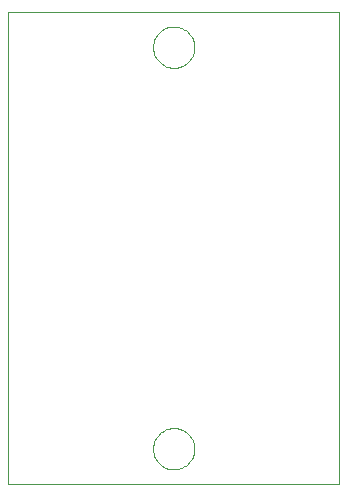
<source format=gko>
G75*
G70*
%OFA0B0*%
%FSLAX24Y24*%
%IPPOS*%
%LPD*%
%AMOC8*
5,1,8,0,0,1.08239X$1,22.5*
%
%ADD10C,0.0000*%
D10*
X022002Y000141D02*
X022002Y015889D01*
X033026Y015889D01*
X033026Y000141D01*
X022002Y000141D01*
X026825Y001322D02*
X026827Y001374D01*
X026833Y001426D01*
X026843Y001477D01*
X026856Y001527D01*
X026874Y001577D01*
X026895Y001624D01*
X026919Y001670D01*
X026948Y001714D01*
X026979Y001756D01*
X027013Y001795D01*
X027050Y001832D01*
X027090Y001865D01*
X027133Y001896D01*
X027177Y001923D01*
X027223Y001947D01*
X027272Y001967D01*
X027321Y001983D01*
X027372Y001996D01*
X027423Y002005D01*
X027475Y002010D01*
X027527Y002011D01*
X027579Y002008D01*
X027631Y002001D01*
X027682Y001990D01*
X027732Y001976D01*
X027781Y001957D01*
X027828Y001935D01*
X027873Y001910D01*
X027917Y001881D01*
X027958Y001849D01*
X027997Y001814D01*
X028032Y001776D01*
X028065Y001735D01*
X028095Y001693D01*
X028121Y001648D01*
X028144Y001601D01*
X028163Y001552D01*
X028179Y001502D01*
X028191Y001452D01*
X028199Y001400D01*
X028203Y001348D01*
X028203Y001296D01*
X028199Y001244D01*
X028191Y001192D01*
X028179Y001142D01*
X028163Y001092D01*
X028144Y001043D01*
X028121Y000996D01*
X028095Y000951D01*
X028065Y000909D01*
X028032Y000868D01*
X027997Y000830D01*
X027958Y000795D01*
X027917Y000763D01*
X027873Y000734D01*
X027828Y000709D01*
X027781Y000687D01*
X027732Y000668D01*
X027682Y000654D01*
X027631Y000643D01*
X027579Y000636D01*
X027527Y000633D01*
X027475Y000634D01*
X027423Y000639D01*
X027372Y000648D01*
X027321Y000661D01*
X027272Y000677D01*
X027223Y000697D01*
X027177Y000721D01*
X027133Y000748D01*
X027090Y000779D01*
X027050Y000812D01*
X027013Y000849D01*
X026979Y000888D01*
X026948Y000930D01*
X026919Y000974D01*
X026895Y001020D01*
X026874Y001067D01*
X026856Y001117D01*
X026843Y001167D01*
X026833Y001218D01*
X026827Y001270D01*
X026825Y001322D01*
X026825Y014708D02*
X026827Y014760D01*
X026833Y014812D01*
X026843Y014863D01*
X026856Y014913D01*
X026874Y014963D01*
X026895Y015010D01*
X026919Y015056D01*
X026948Y015100D01*
X026979Y015142D01*
X027013Y015181D01*
X027050Y015218D01*
X027090Y015251D01*
X027133Y015282D01*
X027177Y015309D01*
X027223Y015333D01*
X027272Y015353D01*
X027321Y015369D01*
X027372Y015382D01*
X027423Y015391D01*
X027475Y015396D01*
X027527Y015397D01*
X027579Y015394D01*
X027631Y015387D01*
X027682Y015376D01*
X027732Y015362D01*
X027781Y015343D01*
X027828Y015321D01*
X027873Y015296D01*
X027917Y015267D01*
X027958Y015235D01*
X027997Y015200D01*
X028032Y015162D01*
X028065Y015121D01*
X028095Y015079D01*
X028121Y015034D01*
X028144Y014987D01*
X028163Y014938D01*
X028179Y014888D01*
X028191Y014838D01*
X028199Y014786D01*
X028203Y014734D01*
X028203Y014682D01*
X028199Y014630D01*
X028191Y014578D01*
X028179Y014528D01*
X028163Y014478D01*
X028144Y014429D01*
X028121Y014382D01*
X028095Y014337D01*
X028065Y014295D01*
X028032Y014254D01*
X027997Y014216D01*
X027958Y014181D01*
X027917Y014149D01*
X027873Y014120D01*
X027828Y014095D01*
X027781Y014073D01*
X027732Y014054D01*
X027682Y014040D01*
X027631Y014029D01*
X027579Y014022D01*
X027527Y014019D01*
X027475Y014020D01*
X027423Y014025D01*
X027372Y014034D01*
X027321Y014047D01*
X027272Y014063D01*
X027223Y014083D01*
X027177Y014107D01*
X027133Y014134D01*
X027090Y014165D01*
X027050Y014198D01*
X027013Y014235D01*
X026979Y014274D01*
X026948Y014316D01*
X026919Y014360D01*
X026895Y014406D01*
X026874Y014453D01*
X026856Y014503D01*
X026843Y014553D01*
X026833Y014604D01*
X026827Y014656D01*
X026825Y014708D01*
M02*

</source>
